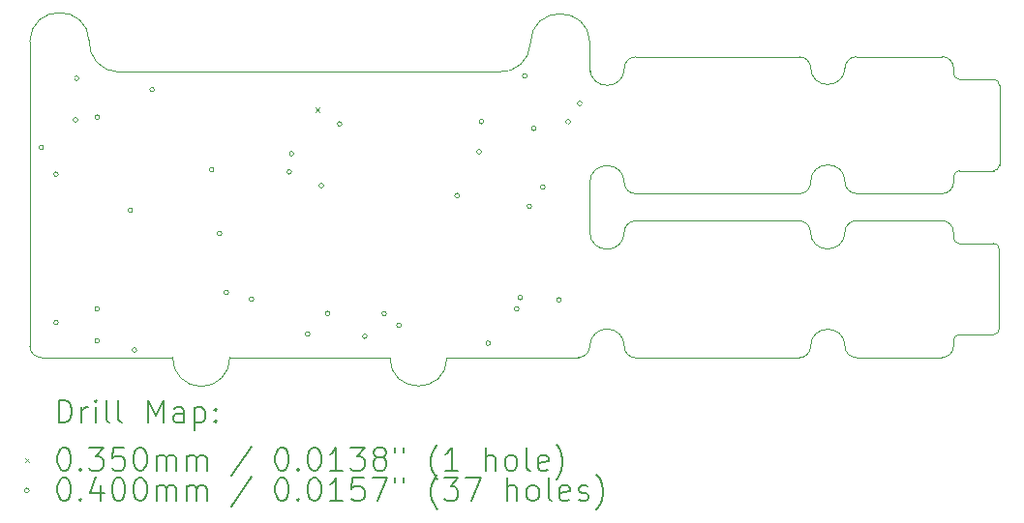
<source format=gbr>
%FSLAX45Y45*%
G04 Gerber Fmt 4.5, Leading zero omitted, Abs format (unit mm)*
G04 Created by KiCad (PCBNEW (6.0.4)) date 2023-03-26 23:07:18*
%MOMM*%
%LPD*%
G01*
G04 APERTURE LIST*
%TA.AperFunction,Profile*%
%ADD10C,0.100000*%
%TD*%
%ADD11C,0.200000*%
%ADD12C,0.035000*%
%ADD13C,0.040000*%
G04 APERTURE END LIST*
D10*
X24890562Y-14535859D02*
X24890562Y-14585859D01*
X24890916Y-13635504D02*
G75*
G03*
X24940917Y-13685504I50004J4D01*
G01*
X23541500Y-13252000D02*
X22111500Y-13252000D01*
X21709997Y-12150000D02*
G75*
G03*
X22011500Y-12152000I150753J-760D01*
G01*
X24042377Y-12050377D02*
G75*
G03*
X23942377Y-12150377I3J-100003D01*
G01*
X24889850Y-13586570D02*
G75*
G03*
X24789851Y-13486570I-100000J0D01*
G01*
X24790562Y-14685859D02*
X24040562Y-14685859D01*
X23541500Y-13252000D02*
G75*
G03*
X23641500Y-13152000I0J100000D01*
G01*
X25240562Y-14485152D02*
G75*
G03*
X25290562Y-14435149I-2J50002D01*
G01*
X24890955Y-12150377D02*
X24892732Y-12200022D01*
X24042377Y-12050377D02*
X24790955Y-12050377D01*
X24942377Y-13050377D02*
G75*
G03*
X24892377Y-13100377I3J-50003D01*
G01*
X24890953Y-12150377D02*
G75*
G03*
X24790955Y-12050377I-99993J7D01*
G01*
X23941664Y-13149666D02*
G75*
G03*
X24041666Y-13249666I100006J6D01*
G01*
X23941750Y-13148250D02*
G75*
G03*
X23641750Y-13148250I-150000J0D01*
G01*
X24892738Y-12200022D02*
G75*
G03*
X24942732Y-12250022I50002J2D01*
G01*
X25242022Y-13050022D02*
X24942377Y-13050377D01*
X24889851Y-13586570D02*
X24890917Y-13635504D01*
X24791666Y-13249666D02*
X24041666Y-13249666D01*
X23640750Y-13588250D02*
G75*
G03*
X23540750Y-13488250I-100000J0D01*
G01*
X25240562Y-14485149D02*
X24940562Y-14485859D01*
X22011500Y-13152000D02*
G75*
G03*
X22111500Y-13252000I100000J0D01*
G01*
X17584310Y-12185014D02*
X20910430Y-12184310D01*
X22010745Y-14588250D02*
G75*
G03*
X21710000Y-14585000I-150355J3250D01*
G01*
X24790562Y-14685862D02*
G75*
G03*
X24890562Y-14585859I-2J100002D01*
G01*
X16810000Y-12185000D02*
X16810711Y-14585289D01*
X24892377Y-13100377D02*
X24891666Y-13149666D01*
X25242022Y-13050022D02*
G75*
G03*
X25292022Y-13000022I-2J50002D01*
G01*
X24791666Y-13249666D02*
G75*
G03*
X24891666Y-13149666I4J99996D01*
G01*
X16810711Y-14585289D02*
G75*
G03*
X16910711Y-14685289I99999J-1D01*
G01*
X23641000Y-12144000D02*
G75*
G03*
X23941000Y-12144000I150000J0D01*
G01*
X21610000Y-14685000D02*
G75*
G03*
X21710000Y-14585000I0J100000D01*
G01*
X21710000Y-12185000D02*
X21710000Y-11930000D01*
X24041273Y-13486573D02*
G75*
G03*
X23941273Y-13586570I-3J-99997D01*
G01*
X18559998Y-14685102D02*
X19960000Y-14685000D01*
X22111500Y-12052000D02*
G75*
G03*
X22011500Y-12152000I0J-100000D01*
G01*
X24942732Y-12250022D02*
X25242022Y-12250732D01*
X23641500Y-12152000D02*
G75*
G03*
X23541500Y-12052000I-100000J0D01*
G01*
X23540750Y-14688250D02*
X22110750Y-14688250D01*
X20460000Y-14685000D02*
X21610000Y-14685000D01*
X24940917Y-13685504D02*
X25240562Y-13685859D01*
X25290562Y-13735859D02*
X25290562Y-14435149D01*
X25292028Y-12300732D02*
G75*
G03*
X25242022Y-12250732I-50008J-8D01*
G01*
X21710000Y-11930000D02*
G75*
G03*
X21190000Y-11930000I-260000J-5000D01*
G01*
X23640005Y-13584000D02*
G75*
G03*
X23941273Y-13586570I150645J0D01*
G01*
X21710000Y-13587000D02*
G75*
G03*
X22010000Y-13587000I150000J0D01*
G01*
X16910711Y-14685289D02*
X18060000Y-14685000D01*
X23940561Y-14585859D02*
G75*
G03*
X24040562Y-14685859I99999J-1D01*
G01*
X22110750Y-13488250D02*
X23540750Y-13488250D01*
X22110750Y-13488250D02*
G75*
G03*
X22010750Y-13588250I0J-100000D01*
G01*
X25292022Y-12300732D02*
X25292022Y-13000022D01*
X22111500Y-12052000D02*
X23541500Y-12052000D01*
X21710000Y-13155000D02*
X21710000Y-13587000D01*
X25290561Y-13735859D02*
G75*
G03*
X25240562Y-13685859I-50001J-1D01*
G01*
X19960000Y-14685000D02*
G75*
G03*
X20460000Y-14685000I250000J0D01*
G01*
X17330006Y-11905444D02*
G75*
G03*
X17584310Y-12185014I259304J-19576D01*
G01*
X17330000Y-11920000D02*
G75*
G03*
X16810000Y-11920000I-260000J-5000D01*
G01*
X24940562Y-14485862D02*
G75*
G03*
X24890562Y-14535859I-2J-49998D01*
G01*
X20910430Y-12184311D02*
G75*
G03*
X21190000Y-11930000I19570J259311D01*
G01*
X22010000Y-13155000D02*
G75*
G03*
X21710000Y-13155000I-150000J0D01*
G01*
X23940750Y-14588250D02*
G75*
G03*
X23640750Y-14588250I-150000J0D01*
G01*
X24041273Y-13486570D02*
X24789851Y-13486570D01*
X22010750Y-14588250D02*
G75*
G03*
X22110750Y-14688250I100000J0D01*
G01*
X23540750Y-14688250D02*
G75*
G03*
X23640750Y-14588250I0J100000D01*
G01*
X16810000Y-12185000D02*
X16810000Y-11920000D01*
X18060004Y-14685000D02*
G75*
G03*
X18559998Y-14685102I249996J-5100D01*
G01*
D11*
D12*
X19306800Y-12497500D02*
X19341800Y-12532500D01*
X19341800Y-12497500D02*
X19306800Y-12532500D01*
D13*
X16930000Y-12845000D02*
G75*
G03*
X16930000Y-12845000I-20000J0D01*
G01*
X17060000Y-13080000D02*
G75*
G03*
X17060000Y-13080000I-20000J0D01*
G01*
X17060000Y-14380000D02*
G75*
G03*
X17060000Y-14380000I-20000J0D01*
G01*
X17230000Y-12605000D02*
G75*
G03*
X17230000Y-12605000I-20000J0D01*
G01*
X17240000Y-12240000D02*
G75*
G03*
X17240000Y-12240000I-20000J0D01*
G01*
X17420000Y-12580000D02*
G75*
G03*
X17420000Y-12580000I-20000J0D01*
G01*
X17420000Y-14260000D02*
G75*
G03*
X17420000Y-14260000I-20000J0D01*
G01*
X17420000Y-14540000D02*
G75*
G03*
X17420000Y-14540000I-20000J0D01*
G01*
X17710000Y-13397500D02*
G75*
G03*
X17710000Y-13397500I-20000J0D01*
G01*
X17745000Y-14620000D02*
G75*
G03*
X17745000Y-14620000I-20000J0D01*
G01*
X17900000Y-12340000D02*
G75*
G03*
X17900000Y-12340000I-20000J0D01*
G01*
X18420000Y-13040901D02*
G75*
G03*
X18420000Y-13040901I-20000J0D01*
G01*
X18490000Y-13600000D02*
G75*
G03*
X18490000Y-13600000I-20000J0D01*
G01*
X18550000Y-14115000D02*
G75*
G03*
X18550000Y-14115000I-20000J0D01*
G01*
X18770000Y-14175000D02*
G75*
G03*
X18770000Y-14175000I-20000J0D01*
G01*
X19100000Y-13060000D02*
G75*
G03*
X19100000Y-13060000I-20000J0D01*
G01*
X19120000Y-12900000D02*
G75*
G03*
X19120000Y-12900000I-20000J0D01*
G01*
X19260000Y-14480000D02*
G75*
G03*
X19260000Y-14480000I-20000J0D01*
G01*
X19380000Y-13180000D02*
G75*
G03*
X19380000Y-13180000I-20000J0D01*
G01*
X19435000Y-14300000D02*
G75*
G03*
X19435000Y-14300000I-20000J0D01*
G01*
X19540000Y-12640000D02*
G75*
G03*
X19540000Y-12640000I-20000J0D01*
G01*
X19760000Y-14500000D02*
G75*
G03*
X19760000Y-14500000I-20000J0D01*
G01*
X19930000Y-14300000D02*
G75*
G03*
X19930000Y-14300000I-20000J0D01*
G01*
X20060000Y-14405000D02*
G75*
G03*
X20060000Y-14405000I-20000J0D01*
G01*
X20568038Y-13266962D02*
G75*
G03*
X20568038Y-13266962I-20000J0D01*
G01*
X20760000Y-12885000D02*
G75*
G03*
X20760000Y-12885000I-20000J0D01*
G01*
X20780000Y-12620000D02*
G75*
G03*
X20780000Y-12620000I-20000J0D01*
G01*
X20840000Y-14560000D02*
G75*
G03*
X20840000Y-14560000I-20000J0D01*
G01*
X21090000Y-14260000D02*
G75*
G03*
X21090000Y-14260000I-20000J0D01*
G01*
X21120000Y-14160000D02*
G75*
G03*
X21120000Y-14160000I-20000J0D01*
G01*
X21160000Y-12220000D02*
G75*
G03*
X21160000Y-12220000I-20000J0D01*
G01*
X21200000Y-13360000D02*
G75*
G03*
X21200000Y-13360000I-20000J0D01*
G01*
X21240000Y-12680000D02*
G75*
G03*
X21240000Y-12680000I-20000J0D01*
G01*
X21317000Y-13192000D02*
G75*
G03*
X21317000Y-13192000I-20000J0D01*
G01*
X21460000Y-14180000D02*
G75*
G03*
X21460000Y-14180000I-20000J0D01*
G01*
X21540000Y-12620000D02*
G75*
G03*
X21540000Y-12620000I-20000J0D01*
G01*
X21640000Y-12460000D02*
G75*
G03*
X21640000Y-12460000I-20000J0D01*
G01*
D11*
X17062619Y-15255624D02*
X17062619Y-15055624D01*
X17110238Y-15055624D01*
X17138810Y-15065148D01*
X17157857Y-15084195D01*
X17167381Y-15103243D01*
X17176905Y-15141338D01*
X17176905Y-15169910D01*
X17167381Y-15208005D01*
X17157857Y-15227052D01*
X17138810Y-15246100D01*
X17110238Y-15255624D01*
X17062619Y-15255624D01*
X17262619Y-15255624D02*
X17262619Y-15122290D01*
X17262619Y-15160386D02*
X17272143Y-15141338D01*
X17281667Y-15131814D01*
X17300714Y-15122290D01*
X17319762Y-15122290D01*
X17386429Y-15255624D02*
X17386429Y-15122290D01*
X17386429Y-15055624D02*
X17376905Y-15065148D01*
X17386429Y-15074671D01*
X17395952Y-15065148D01*
X17386429Y-15055624D01*
X17386429Y-15074671D01*
X17510238Y-15255624D02*
X17491190Y-15246100D01*
X17481667Y-15227052D01*
X17481667Y-15055624D01*
X17615000Y-15255624D02*
X17595952Y-15246100D01*
X17586429Y-15227052D01*
X17586429Y-15055624D01*
X17843571Y-15255624D02*
X17843571Y-15055624D01*
X17910238Y-15198481D01*
X17976905Y-15055624D01*
X17976905Y-15255624D01*
X18157857Y-15255624D02*
X18157857Y-15150862D01*
X18148333Y-15131814D01*
X18129286Y-15122290D01*
X18091190Y-15122290D01*
X18072143Y-15131814D01*
X18157857Y-15246100D02*
X18138810Y-15255624D01*
X18091190Y-15255624D01*
X18072143Y-15246100D01*
X18062619Y-15227052D01*
X18062619Y-15208005D01*
X18072143Y-15188957D01*
X18091190Y-15179433D01*
X18138810Y-15179433D01*
X18157857Y-15169910D01*
X18253095Y-15122290D02*
X18253095Y-15322290D01*
X18253095Y-15131814D02*
X18272143Y-15122290D01*
X18310238Y-15122290D01*
X18329286Y-15131814D01*
X18338810Y-15141338D01*
X18348333Y-15160386D01*
X18348333Y-15217529D01*
X18338810Y-15236576D01*
X18329286Y-15246100D01*
X18310238Y-15255624D01*
X18272143Y-15255624D01*
X18253095Y-15246100D01*
X18434048Y-15236576D02*
X18443571Y-15246100D01*
X18434048Y-15255624D01*
X18424524Y-15246100D01*
X18434048Y-15236576D01*
X18434048Y-15255624D01*
X18434048Y-15131814D02*
X18443571Y-15141338D01*
X18434048Y-15150862D01*
X18424524Y-15141338D01*
X18434048Y-15131814D01*
X18434048Y-15150862D01*
D12*
X16770000Y-15567648D02*
X16805000Y-15602648D01*
X16805000Y-15567648D02*
X16770000Y-15602648D01*
D11*
X17100714Y-15475624D02*
X17119762Y-15475624D01*
X17138810Y-15485148D01*
X17148333Y-15494671D01*
X17157857Y-15513719D01*
X17167381Y-15551814D01*
X17167381Y-15599433D01*
X17157857Y-15637529D01*
X17148333Y-15656576D01*
X17138810Y-15666100D01*
X17119762Y-15675624D01*
X17100714Y-15675624D01*
X17081667Y-15666100D01*
X17072143Y-15656576D01*
X17062619Y-15637529D01*
X17053095Y-15599433D01*
X17053095Y-15551814D01*
X17062619Y-15513719D01*
X17072143Y-15494671D01*
X17081667Y-15485148D01*
X17100714Y-15475624D01*
X17253095Y-15656576D02*
X17262619Y-15666100D01*
X17253095Y-15675624D01*
X17243571Y-15666100D01*
X17253095Y-15656576D01*
X17253095Y-15675624D01*
X17329286Y-15475624D02*
X17453095Y-15475624D01*
X17386429Y-15551814D01*
X17415000Y-15551814D01*
X17434048Y-15561338D01*
X17443571Y-15570862D01*
X17453095Y-15589910D01*
X17453095Y-15637529D01*
X17443571Y-15656576D01*
X17434048Y-15666100D01*
X17415000Y-15675624D01*
X17357857Y-15675624D01*
X17338810Y-15666100D01*
X17329286Y-15656576D01*
X17634048Y-15475624D02*
X17538810Y-15475624D01*
X17529286Y-15570862D01*
X17538810Y-15561338D01*
X17557857Y-15551814D01*
X17605476Y-15551814D01*
X17624524Y-15561338D01*
X17634048Y-15570862D01*
X17643571Y-15589910D01*
X17643571Y-15637529D01*
X17634048Y-15656576D01*
X17624524Y-15666100D01*
X17605476Y-15675624D01*
X17557857Y-15675624D01*
X17538810Y-15666100D01*
X17529286Y-15656576D01*
X17767381Y-15475624D02*
X17786429Y-15475624D01*
X17805476Y-15485148D01*
X17815000Y-15494671D01*
X17824524Y-15513719D01*
X17834048Y-15551814D01*
X17834048Y-15599433D01*
X17824524Y-15637529D01*
X17815000Y-15656576D01*
X17805476Y-15666100D01*
X17786429Y-15675624D01*
X17767381Y-15675624D01*
X17748333Y-15666100D01*
X17738810Y-15656576D01*
X17729286Y-15637529D01*
X17719762Y-15599433D01*
X17719762Y-15551814D01*
X17729286Y-15513719D01*
X17738810Y-15494671D01*
X17748333Y-15485148D01*
X17767381Y-15475624D01*
X17919762Y-15675624D02*
X17919762Y-15542290D01*
X17919762Y-15561338D02*
X17929286Y-15551814D01*
X17948333Y-15542290D01*
X17976905Y-15542290D01*
X17995952Y-15551814D01*
X18005476Y-15570862D01*
X18005476Y-15675624D01*
X18005476Y-15570862D02*
X18015000Y-15551814D01*
X18034048Y-15542290D01*
X18062619Y-15542290D01*
X18081667Y-15551814D01*
X18091190Y-15570862D01*
X18091190Y-15675624D01*
X18186429Y-15675624D02*
X18186429Y-15542290D01*
X18186429Y-15561338D02*
X18195952Y-15551814D01*
X18215000Y-15542290D01*
X18243571Y-15542290D01*
X18262619Y-15551814D01*
X18272143Y-15570862D01*
X18272143Y-15675624D01*
X18272143Y-15570862D02*
X18281667Y-15551814D01*
X18300714Y-15542290D01*
X18329286Y-15542290D01*
X18348333Y-15551814D01*
X18357857Y-15570862D01*
X18357857Y-15675624D01*
X18748333Y-15466100D02*
X18576905Y-15723243D01*
X19005476Y-15475624D02*
X19024524Y-15475624D01*
X19043571Y-15485148D01*
X19053095Y-15494671D01*
X19062619Y-15513719D01*
X19072143Y-15551814D01*
X19072143Y-15599433D01*
X19062619Y-15637529D01*
X19053095Y-15656576D01*
X19043571Y-15666100D01*
X19024524Y-15675624D01*
X19005476Y-15675624D01*
X18986429Y-15666100D01*
X18976905Y-15656576D01*
X18967381Y-15637529D01*
X18957857Y-15599433D01*
X18957857Y-15551814D01*
X18967381Y-15513719D01*
X18976905Y-15494671D01*
X18986429Y-15485148D01*
X19005476Y-15475624D01*
X19157857Y-15656576D02*
X19167381Y-15666100D01*
X19157857Y-15675624D01*
X19148333Y-15666100D01*
X19157857Y-15656576D01*
X19157857Y-15675624D01*
X19291190Y-15475624D02*
X19310238Y-15475624D01*
X19329286Y-15485148D01*
X19338810Y-15494671D01*
X19348333Y-15513719D01*
X19357857Y-15551814D01*
X19357857Y-15599433D01*
X19348333Y-15637529D01*
X19338810Y-15656576D01*
X19329286Y-15666100D01*
X19310238Y-15675624D01*
X19291190Y-15675624D01*
X19272143Y-15666100D01*
X19262619Y-15656576D01*
X19253095Y-15637529D01*
X19243571Y-15599433D01*
X19243571Y-15551814D01*
X19253095Y-15513719D01*
X19262619Y-15494671D01*
X19272143Y-15485148D01*
X19291190Y-15475624D01*
X19548333Y-15675624D02*
X19434048Y-15675624D01*
X19491190Y-15675624D02*
X19491190Y-15475624D01*
X19472143Y-15504195D01*
X19453095Y-15523243D01*
X19434048Y-15532767D01*
X19615000Y-15475624D02*
X19738810Y-15475624D01*
X19672143Y-15551814D01*
X19700714Y-15551814D01*
X19719762Y-15561338D01*
X19729286Y-15570862D01*
X19738810Y-15589910D01*
X19738810Y-15637529D01*
X19729286Y-15656576D01*
X19719762Y-15666100D01*
X19700714Y-15675624D01*
X19643571Y-15675624D01*
X19624524Y-15666100D01*
X19615000Y-15656576D01*
X19853095Y-15561338D02*
X19834048Y-15551814D01*
X19824524Y-15542290D01*
X19815000Y-15523243D01*
X19815000Y-15513719D01*
X19824524Y-15494671D01*
X19834048Y-15485148D01*
X19853095Y-15475624D01*
X19891190Y-15475624D01*
X19910238Y-15485148D01*
X19919762Y-15494671D01*
X19929286Y-15513719D01*
X19929286Y-15523243D01*
X19919762Y-15542290D01*
X19910238Y-15551814D01*
X19891190Y-15561338D01*
X19853095Y-15561338D01*
X19834048Y-15570862D01*
X19824524Y-15580386D01*
X19815000Y-15599433D01*
X19815000Y-15637529D01*
X19824524Y-15656576D01*
X19834048Y-15666100D01*
X19853095Y-15675624D01*
X19891190Y-15675624D01*
X19910238Y-15666100D01*
X19919762Y-15656576D01*
X19929286Y-15637529D01*
X19929286Y-15599433D01*
X19919762Y-15580386D01*
X19910238Y-15570862D01*
X19891190Y-15561338D01*
X20005476Y-15475624D02*
X20005476Y-15513719D01*
X20081667Y-15475624D02*
X20081667Y-15513719D01*
X20376905Y-15751814D02*
X20367381Y-15742290D01*
X20348333Y-15713719D01*
X20338810Y-15694671D01*
X20329286Y-15666100D01*
X20319762Y-15618481D01*
X20319762Y-15580386D01*
X20329286Y-15532767D01*
X20338810Y-15504195D01*
X20348333Y-15485148D01*
X20367381Y-15456576D01*
X20376905Y-15447052D01*
X20557857Y-15675624D02*
X20443571Y-15675624D01*
X20500714Y-15675624D02*
X20500714Y-15475624D01*
X20481667Y-15504195D01*
X20462619Y-15523243D01*
X20443571Y-15532767D01*
X20795952Y-15675624D02*
X20795952Y-15475624D01*
X20881667Y-15675624D02*
X20881667Y-15570862D01*
X20872143Y-15551814D01*
X20853095Y-15542290D01*
X20824524Y-15542290D01*
X20805476Y-15551814D01*
X20795952Y-15561338D01*
X21005476Y-15675624D02*
X20986429Y-15666100D01*
X20976905Y-15656576D01*
X20967381Y-15637529D01*
X20967381Y-15580386D01*
X20976905Y-15561338D01*
X20986429Y-15551814D01*
X21005476Y-15542290D01*
X21034048Y-15542290D01*
X21053095Y-15551814D01*
X21062619Y-15561338D01*
X21072143Y-15580386D01*
X21072143Y-15637529D01*
X21062619Y-15656576D01*
X21053095Y-15666100D01*
X21034048Y-15675624D01*
X21005476Y-15675624D01*
X21186429Y-15675624D02*
X21167381Y-15666100D01*
X21157857Y-15647052D01*
X21157857Y-15475624D01*
X21338810Y-15666100D02*
X21319762Y-15675624D01*
X21281667Y-15675624D01*
X21262619Y-15666100D01*
X21253095Y-15647052D01*
X21253095Y-15570862D01*
X21262619Y-15551814D01*
X21281667Y-15542290D01*
X21319762Y-15542290D01*
X21338810Y-15551814D01*
X21348333Y-15570862D01*
X21348333Y-15589910D01*
X21253095Y-15608957D01*
X21415000Y-15751814D02*
X21424524Y-15742290D01*
X21443571Y-15713719D01*
X21453095Y-15694671D01*
X21462619Y-15666100D01*
X21472143Y-15618481D01*
X21472143Y-15580386D01*
X21462619Y-15532767D01*
X21453095Y-15504195D01*
X21443571Y-15485148D01*
X21424524Y-15456576D01*
X21415000Y-15447052D01*
D13*
X16805000Y-15849148D02*
G75*
G03*
X16805000Y-15849148I-20000J0D01*
G01*
D11*
X17100714Y-15739624D02*
X17119762Y-15739624D01*
X17138810Y-15749148D01*
X17148333Y-15758671D01*
X17157857Y-15777719D01*
X17167381Y-15815814D01*
X17167381Y-15863433D01*
X17157857Y-15901529D01*
X17148333Y-15920576D01*
X17138810Y-15930100D01*
X17119762Y-15939624D01*
X17100714Y-15939624D01*
X17081667Y-15930100D01*
X17072143Y-15920576D01*
X17062619Y-15901529D01*
X17053095Y-15863433D01*
X17053095Y-15815814D01*
X17062619Y-15777719D01*
X17072143Y-15758671D01*
X17081667Y-15749148D01*
X17100714Y-15739624D01*
X17253095Y-15920576D02*
X17262619Y-15930100D01*
X17253095Y-15939624D01*
X17243571Y-15930100D01*
X17253095Y-15920576D01*
X17253095Y-15939624D01*
X17434048Y-15806290D02*
X17434048Y-15939624D01*
X17386429Y-15730100D02*
X17338810Y-15872957D01*
X17462619Y-15872957D01*
X17576905Y-15739624D02*
X17595952Y-15739624D01*
X17615000Y-15749148D01*
X17624524Y-15758671D01*
X17634048Y-15777719D01*
X17643571Y-15815814D01*
X17643571Y-15863433D01*
X17634048Y-15901529D01*
X17624524Y-15920576D01*
X17615000Y-15930100D01*
X17595952Y-15939624D01*
X17576905Y-15939624D01*
X17557857Y-15930100D01*
X17548333Y-15920576D01*
X17538810Y-15901529D01*
X17529286Y-15863433D01*
X17529286Y-15815814D01*
X17538810Y-15777719D01*
X17548333Y-15758671D01*
X17557857Y-15749148D01*
X17576905Y-15739624D01*
X17767381Y-15739624D02*
X17786429Y-15739624D01*
X17805476Y-15749148D01*
X17815000Y-15758671D01*
X17824524Y-15777719D01*
X17834048Y-15815814D01*
X17834048Y-15863433D01*
X17824524Y-15901529D01*
X17815000Y-15920576D01*
X17805476Y-15930100D01*
X17786429Y-15939624D01*
X17767381Y-15939624D01*
X17748333Y-15930100D01*
X17738810Y-15920576D01*
X17729286Y-15901529D01*
X17719762Y-15863433D01*
X17719762Y-15815814D01*
X17729286Y-15777719D01*
X17738810Y-15758671D01*
X17748333Y-15749148D01*
X17767381Y-15739624D01*
X17919762Y-15939624D02*
X17919762Y-15806290D01*
X17919762Y-15825338D02*
X17929286Y-15815814D01*
X17948333Y-15806290D01*
X17976905Y-15806290D01*
X17995952Y-15815814D01*
X18005476Y-15834862D01*
X18005476Y-15939624D01*
X18005476Y-15834862D02*
X18015000Y-15815814D01*
X18034048Y-15806290D01*
X18062619Y-15806290D01*
X18081667Y-15815814D01*
X18091190Y-15834862D01*
X18091190Y-15939624D01*
X18186429Y-15939624D02*
X18186429Y-15806290D01*
X18186429Y-15825338D02*
X18195952Y-15815814D01*
X18215000Y-15806290D01*
X18243571Y-15806290D01*
X18262619Y-15815814D01*
X18272143Y-15834862D01*
X18272143Y-15939624D01*
X18272143Y-15834862D02*
X18281667Y-15815814D01*
X18300714Y-15806290D01*
X18329286Y-15806290D01*
X18348333Y-15815814D01*
X18357857Y-15834862D01*
X18357857Y-15939624D01*
X18748333Y-15730100D02*
X18576905Y-15987243D01*
X19005476Y-15739624D02*
X19024524Y-15739624D01*
X19043571Y-15749148D01*
X19053095Y-15758671D01*
X19062619Y-15777719D01*
X19072143Y-15815814D01*
X19072143Y-15863433D01*
X19062619Y-15901529D01*
X19053095Y-15920576D01*
X19043571Y-15930100D01*
X19024524Y-15939624D01*
X19005476Y-15939624D01*
X18986429Y-15930100D01*
X18976905Y-15920576D01*
X18967381Y-15901529D01*
X18957857Y-15863433D01*
X18957857Y-15815814D01*
X18967381Y-15777719D01*
X18976905Y-15758671D01*
X18986429Y-15749148D01*
X19005476Y-15739624D01*
X19157857Y-15920576D02*
X19167381Y-15930100D01*
X19157857Y-15939624D01*
X19148333Y-15930100D01*
X19157857Y-15920576D01*
X19157857Y-15939624D01*
X19291190Y-15739624D02*
X19310238Y-15739624D01*
X19329286Y-15749148D01*
X19338810Y-15758671D01*
X19348333Y-15777719D01*
X19357857Y-15815814D01*
X19357857Y-15863433D01*
X19348333Y-15901529D01*
X19338810Y-15920576D01*
X19329286Y-15930100D01*
X19310238Y-15939624D01*
X19291190Y-15939624D01*
X19272143Y-15930100D01*
X19262619Y-15920576D01*
X19253095Y-15901529D01*
X19243571Y-15863433D01*
X19243571Y-15815814D01*
X19253095Y-15777719D01*
X19262619Y-15758671D01*
X19272143Y-15749148D01*
X19291190Y-15739624D01*
X19548333Y-15939624D02*
X19434048Y-15939624D01*
X19491190Y-15939624D02*
X19491190Y-15739624D01*
X19472143Y-15768195D01*
X19453095Y-15787243D01*
X19434048Y-15796767D01*
X19729286Y-15739624D02*
X19634048Y-15739624D01*
X19624524Y-15834862D01*
X19634048Y-15825338D01*
X19653095Y-15815814D01*
X19700714Y-15815814D01*
X19719762Y-15825338D01*
X19729286Y-15834862D01*
X19738810Y-15853910D01*
X19738810Y-15901529D01*
X19729286Y-15920576D01*
X19719762Y-15930100D01*
X19700714Y-15939624D01*
X19653095Y-15939624D01*
X19634048Y-15930100D01*
X19624524Y-15920576D01*
X19805476Y-15739624D02*
X19938810Y-15739624D01*
X19853095Y-15939624D01*
X20005476Y-15739624D02*
X20005476Y-15777719D01*
X20081667Y-15739624D02*
X20081667Y-15777719D01*
X20376905Y-16015814D02*
X20367381Y-16006290D01*
X20348333Y-15977719D01*
X20338810Y-15958671D01*
X20329286Y-15930100D01*
X20319762Y-15882481D01*
X20319762Y-15844386D01*
X20329286Y-15796767D01*
X20338810Y-15768195D01*
X20348333Y-15749148D01*
X20367381Y-15720576D01*
X20376905Y-15711052D01*
X20434048Y-15739624D02*
X20557857Y-15739624D01*
X20491190Y-15815814D01*
X20519762Y-15815814D01*
X20538810Y-15825338D01*
X20548333Y-15834862D01*
X20557857Y-15853910D01*
X20557857Y-15901529D01*
X20548333Y-15920576D01*
X20538810Y-15930100D01*
X20519762Y-15939624D01*
X20462619Y-15939624D01*
X20443571Y-15930100D01*
X20434048Y-15920576D01*
X20624524Y-15739624D02*
X20757857Y-15739624D01*
X20672143Y-15939624D01*
X20986429Y-15939624D02*
X20986429Y-15739624D01*
X21072143Y-15939624D02*
X21072143Y-15834862D01*
X21062619Y-15815814D01*
X21043571Y-15806290D01*
X21015000Y-15806290D01*
X20995952Y-15815814D01*
X20986429Y-15825338D01*
X21195952Y-15939624D02*
X21176905Y-15930100D01*
X21167381Y-15920576D01*
X21157857Y-15901529D01*
X21157857Y-15844386D01*
X21167381Y-15825338D01*
X21176905Y-15815814D01*
X21195952Y-15806290D01*
X21224524Y-15806290D01*
X21243571Y-15815814D01*
X21253095Y-15825338D01*
X21262619Y-15844386D01*
X21262619Y-15901529D01*
X21253095Y-15920576D01*
X21243571Y-15930100D01*
X21224524Y-15939624D01*
X21195952Y-15939624D01*
X21376905Y-15939624D02*
X21357857Y-15930100D01*
X21348333Y-15911052D01*
X21348333Y-15739624D01*
X21529286Y-15930100D02*
X21510238Y-15939624D01*
X21472143Y-15939624D01*
X21453095Y-15930100D01*
X21443571Y-15911052D01*
X21443571Y-15834862D01*
X21453095Y-15815814D01*
X21472143Y-15806290D01*
X21510238Y-15806290D01*
X21529286Y-15815814D01*
X21538810Y-15834862D01*
X21538810Y-15853910D01*
X21443571Y-15872957D01*
X21615000Y-15930100D02*
X21634048Y-15939624D01*
X21672143Y-15939624D01*
X21691190Y-15930100D01*
X21700714Y-15911052D01*
X21700714Y-15901529D01*
X21691190Y-15882481D01*
X21672143Y-15872957D01*
X21643571Y-15872957D01*
X21624524Y-15863433D01*
X21615000Y-15844386D01*
X21615000Y-15834862D01*
X21624524Y-15815814D01*
X21643571Y-15806290D01*
X21672143Y-15806290D01*
X21691190Y-15815814D01*
X21767381Y-16015814D02*
X21776905Y-16006290D01*
X21795952Y-15977719D01*
X21805476Y-15958671D01*
X21815000Y-15930100D01*
X21824524Y-15882481D01*
X21824524Y-15844386D01*
X21815000Y-15796767D01*
X21805476Y-15768195D01*
X21795952Y-15749148D01*
X21776905Y-15720576D01*
X21767381Y-15711052D01*
M02*

</source>
